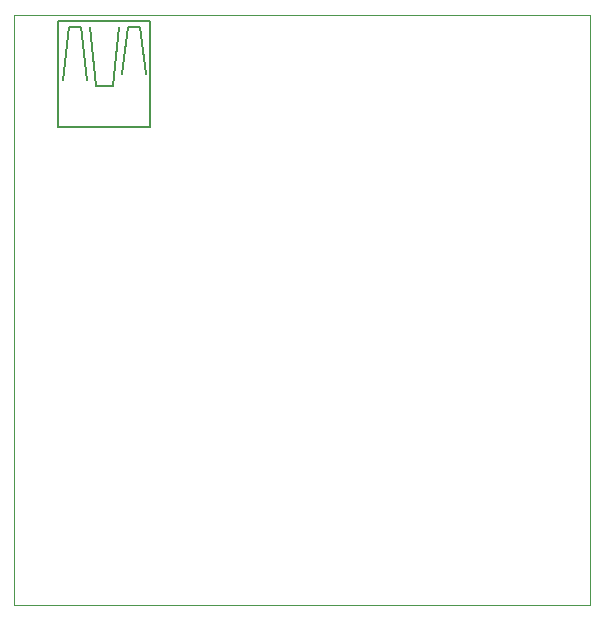
<source format=gbo>
G75*
G70*
%OFA0B0*%
%FSLAX24Y24*%
%IPPOS*%
%LPD*%
%AMOC8*
5,1,8,0,0,1.08239X$1,22.5*
%
%ADD10C,0.0000*%
%ADD11C,0.0050*%
D10*
X000312Y000252D02*
X000312Y019937D01*
X019497Y019937D01*
X019497Y000252D01*
X000312Y000252D01*
D11*
X001777Y016185D02*
X001777Y019728D01*
X004848Y019728D01*
X004848Y016185D01*
X001777Y016185D01*
X001934Y017760D02*
X002131Y019531D01*
X002525Y019531D01*
X002722Y017760D01*
X003017Y017563D02*
X002820Y019531D01*
X003805Y019531D02*
X003608Y017563D01*
X003017Y017563D01*
X003903Y017957D02*
X004100Y019531D01*
X004494Y019531D01*
X004690Y017957D01*
M02*

</source>
